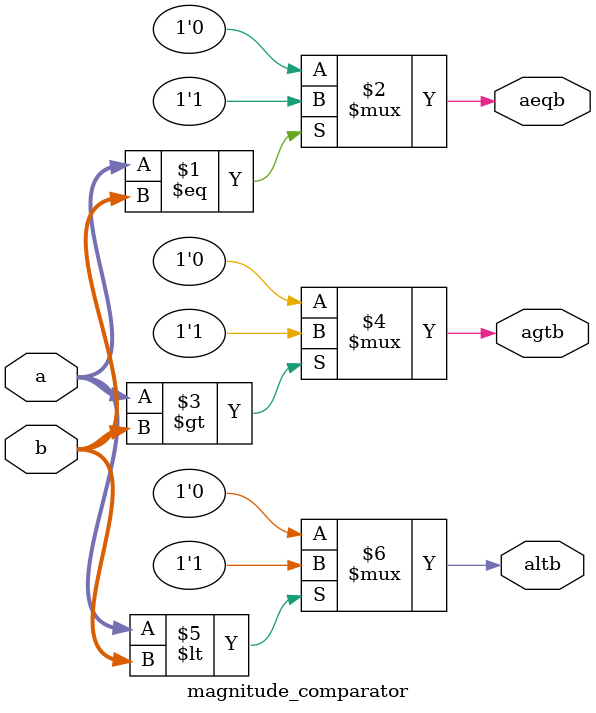
<source format=v>
module magnitude_comparator (
	// Inputs
	input [3:0] a , b ,
	// Outputs
	output aeqb , agtb , altb
);
	assign aeqb = ( a == b ) ? 1'b1 : 1'b0 ;
	assign agtb = ( a > b ) ? 1'b1 : 1'b0 ;
	assign altb = ( a < b ) ? 1'b1 : 1'b0 ;
endmodule
</source>
